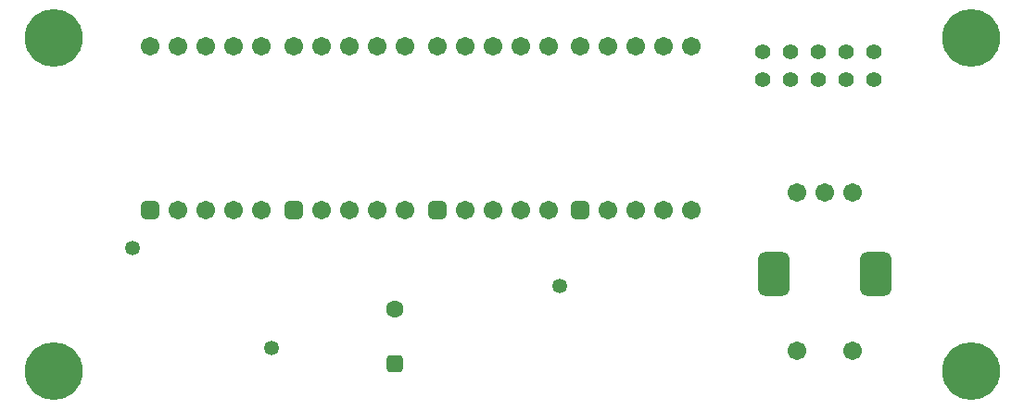
<source format=gbr>
%TF.GenerationSoftware,Altium Limited,Altium Designer,22.4.2 (48)*%
G04 Layer_Color=16711935*
%FSLAX26Y26*%
%MOIN*%
%TF.SameCoordinates,DC04713F-A1B7-43D7-85F6-64DFF616D11F*%
%TF.FilePolarity,Negative*%
%TF.FileFunction,Soldermask,Bot*%
%TF.Part,Single*%
G01*
G75*
%TA.AperFunction,ComponentPad*%
%ADD21C,0.055000*%
%TA.AperFunction,ViaPad*%
%ADD33C,0.208000*%
%TA.AperFunction,ComponentPad*%
G04:AMPARAMS|DCode=34|XSize=63.118mil|YSize=63.118mil|CornerRadius=17.779mil|HoleSize=0mil|Usage=FLASHONLY|Rotation=270.000|XOffset=0mil|YOffset=0mil|HoleType=Round|Shape=RoundedRectangle|*
%AMROUNDEDRECTD34*
21,1,0.063118,0.027559,0,0,270.0*
21,1,0.027559,0.063118,0,0,270.0*
1,1,0.035559,-0.013780,-0.013780*
1,1,0.035559,-0.013780,0.013780*
1,1,0.035559,0.013780,0.013780*
1,1,0.035559,0.013780,-0.013780*
%
%ADD34ROUNDEDRECTD34*%
%ADD35C,0.063118*%
G04:AMPARAMS|DCode=36|XSize=161.543mil|YSize=114.299mil|CornerRadius=30.575mil|HoleSize=0mil|Usage=FLASHONLY|Rotation=90.000|XOffset=0mil|YOffset=0mil|HoleType=Round|Shape=RoundedRectangle|*
%AMROUNDEDRECTD36*
21,1,0.161543,0.053150,0,0,90.0*
21,1,0.100394,0.114299,0,0,90.0*
1,1,0.061150,0.026575,0.050197*
1,1,0.061150,0.026575,-0.050197*
1,1,0.061150,-0.026575,-0.050197*
1,1,0.061150,-0.026575,0.050197*
%
%ADD36ROUNDEDRECTD36*%
%ADD37C,0.067055*%
G04:AMPARAMS|DCode=38|XSize=67.055mil|YSize=67.055mil|CornerRadius=18.764mil|HoleSize=0mil|Usage=FLASHONLY|Rotation=0.000|XOffset=0mil|YOffset=0mil|HoleType=Round|Shape=RoundedRectangle|*
%AMROUNDEDRECTD38*
21,1,0.067055,0.029527,0,0,0.0*
21,1,0.029527,0.067055,0,0,0.0*
1,1,0.037528,0.014764,-0.014764*
1,1,0.037528,-0.014764,-0.014764*
1,1,0.037528,-0.014764,0.014764*
1,1,0.037528,0.014764,0.014764*
%
%ADD38ROUNDEDRECTD38*%
%TA.AperFunction,ViaPad*%
%ADD39C,0.053000*%
D21*
X3700000Y4800000D02*
D03*
X3800000D02*
D03*
X3900000D02*
D03*
X4000000D02*
D03*
X4100000D02*
D03*
Y4700000D02*
D03*
X4000000D02*
D03*
X3900000D02*
D03*
X3800000D02*
D03*
X3700000D02*
D03*
D33*
X1150000Y3650000D02*
D03*
X4450000D02*
D03*
Y4850000D02*
D03*
X1150000D02*
D03*
D34*
X2377000Y3676574D02*
D03*
D35*
Y3873426D02*
D03*
D36*
X4108070Y4000000D02*
D03*
X3741930D02*
D03*
D37*
X3925000Y4295276D02*
D03*
X3826574D02*
D03*
X4023426D02*
D03*
X3826574Y3724410D02*
D03*
X4023426D02*
D03*
X3146000Y4230448D02*
D03*
X3246000D02*
D03*
X3346000D02*
D03*
X3446000D02*
D03*
Y4821000D02*
D03*
X3346000D02*
D03*
X3246000D02*
D03*
X3146000D02*
D03*
X3046000D02*
D03*
X2630000Y4230448D02*
D03*
X2730000D02*
D03*
X2830000D02*
D03*
X2930000D02*
D03*
Y4821000D02*
D03*
X2830000D02*
D03*
X2730000D02*
D03*
X2630000D02*
D03*
X2530000D02*
D03*
X2114000Y4230448D02*
D03*
X2214000D02*
D03*
X2314000D02*
D03*
X2414000D02*
D03*
Y4821000D02*
D03*
X2314000D02*
D03*
X2214000D02*
D03*
X2114000D02*
D03*
X2014000D02*
D03*
X1598426Y4229724D02*
D03*
X1698426D02*
D03*
X1798426D02*
D03*
X1898426D02*
D03*
Y4820276D02*
D03*
X1798426D02*
D03*
X1698426D02*
D03*
X1598426D02*
D03*
X1498426D02*
D03*
D38*
X3046000Y4230448D02*
D03*
X2530000D02*
D03*
X2014000D02*
D03*
X1498426Y4229724D02*
D03*
D39*
X1935000Y3734000D02*
D03*
X2972000Y3956504D02*
D03*
X1434000Y4093000D02*
D03*
%TF.MD5,a8494089070898cb3fd8d50b23e80811*%
M02*

</source>
